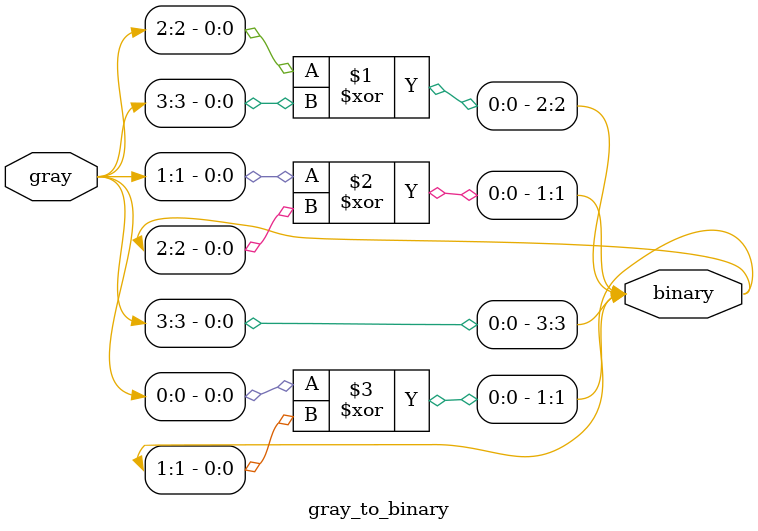
<source format=v>
module gray_to_binary(input [3:0] gray,
                      output [3:0] binary);
  assign binary[3] = gray[3];
  assign binary[2] = gray[2] ^ binary[3];
  assign binary[1] = gray[1] ^ binary[2];
  assign binary[1] = gray[0] ^ binary[1];
endmodule

</source>
